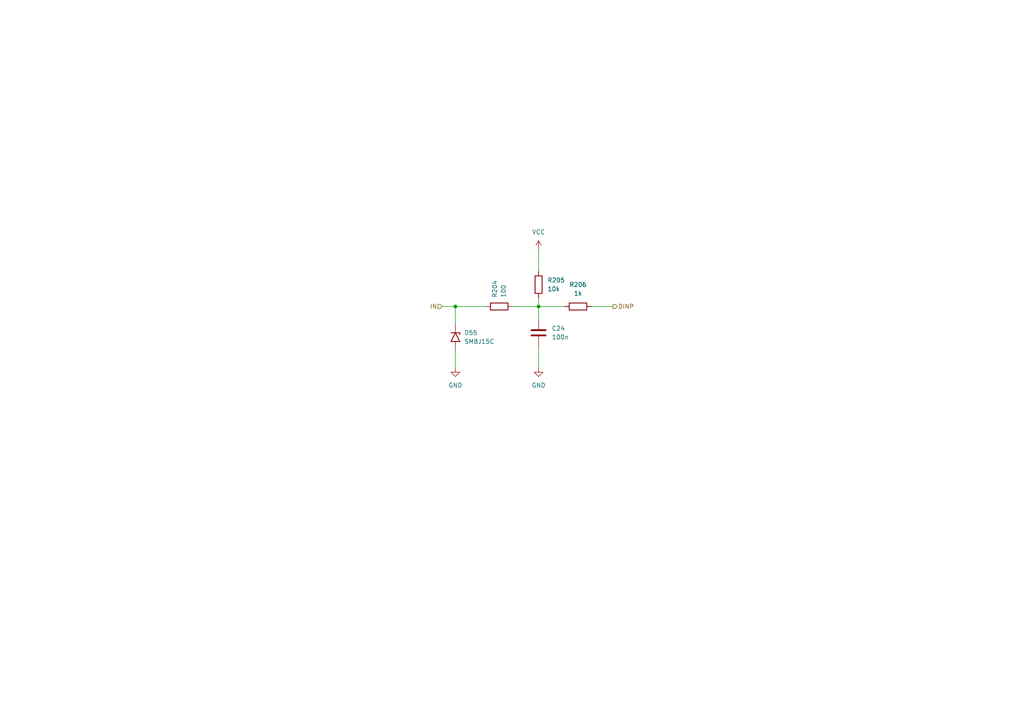
<source format=kicad_sch>
(kicad_sch (version 20211123) (generator eeschema)
  (paper "A4")
  (lib_symbols
    (symbol "Device:C" (pin_numbers hide) (pin_names (offset 0.254))
      (property "Reference" "C" (at 0.635 2.54 0))
      (property "Value" "C" (at 0.635 -2.54 0))
      (symbol "C_0_1"
        (polyline (pts (xy -2.032 -0.762) (xy 2.032 -0.762)) (stroke (width 0.508)))
        (polyline (pts (xy -2.032 0.762) (xy 2.032 0.762)) (stroke (width 0.508)))
      )
      (symbol "C_1_1"
        (pin passive line (at 0 3.81 270) (length 2.794) (name "~") (number "1"))
        (pin passive line (at 0 -3.81 90) (length 2.794) (name "~") (number "2"))
      )
    )
    (symbol "Device:R" (pin_numbers hide) (pin_names (offset 0))
      (property "Reference" "R" (at 2.032 0 90))
      (property "Value" "R" (at 0 0 90))
      (symbol "R_0_1"
        (rectangle (start -1.016 -2.54) (end 1.016 2.54) (stroke (width 0.254)))
      )
      (symbol "R_1_1"
        (pin passive line (at 0 3.81 270) (length 1.27) (name "~") (number "1"))
        (pin passive line (at 0 -3.81 90) (length 1.27) (name "~") (number "2"))
      )
    )
    (symbol "Diode:SM6T7V5A" (pin_numbers hide) (pin_names (offset 1.016) hide)
      (property "Reference" "D" (at 0 2.54 0))
      (property "Value" "SM6T7V5A" (at 0 -2.54 0))
      (symbol "SM6T7V5A_0_1"
        (polyline (pts (xy -0.762 1.27) (xy -1.27 1.27) (xy -1.27 -1.27)) (stroke (width 0.254)))
        (polyline (pts (xy 1.27 1.27) (xy 1.27 -1.27) (xy -1.27 0) (xy 1.27 1.27)) (stroke (width 0.254)))
      )
      (symbol "SM6T7V5A_1_1"
        (pin passive line (at -3.81 0 0) (length 2.54) (name "A1") (number "1"))
        (pin passive line (at 3.81 0 180) (length 2.54) (name "A2") (number "2"))
      )
    )
    (symbol "power:GND" (power) (pin_names (offset 0))
      (property "Value" "GND" (at 0 -3.81 0))
      (symbol "GND_0_1"
        (polyline (pts (xy 0 0) (xy 0 -1.27) (xy 1.27 -1.27) (xy 0 -2.54) (xy -1.27 -1.27) (xy 0 -1.27)))
      )
      (symbol "GND_1_1"
        (pin power_in line (at 0 0 270) (length 0) hide (name "GND") (number "1"))
      )
    )
    (symbol "power:VCC" (power) (pin_names (offset 0))
      (property "Value" "VCC" (at 0 3.81 0))
      (symbol "VCC_0_1"
        (polyline (pts (xy -0.762 1.27) (xy 0 2.54)))
        (polyline (pts (xy 0 0) (xy 0 2.54)))
        (polyline (pts (xy 0 2.54) (xy 0.762 1.27)))
      )
      (symbol "VCC_1_1"
        (pin power_in line (at 0 0 90) (length 0) hide (name "VCC") (number "1"))
      )
    )
  )
  (junction (at 132.08 88.9))
  (junction (at 156.21 88.9))
  (wire (pts (xy 156.21 72.39) (xy 156.21 78.74)))
  (wire (pts (xy 171.45 88.9) (xy 177.8 88.9)))
  (wire (pts (xy 128.27 88.9) (xy 132.08 88.9)))
  (wire (pts (xy 148.59 88.9) (xy 156.21 88.9)))
  (wire (pts (xy 156.21 88.9) (xy 163.83 88.9)))
  (wire (pts (xy 156.21 88.9) (xy 156.21 86.36)))
  (wire (pts (xy 132.08 88.9) (xy 132.08 93.98)))
  (wire (pts (xy 132.08 101.6) (xy 132.08 106.68)))
  (wire (pts (xy 132.08 88.9) (xy 140.97 88.9)))
  (wire (pts (xy 156.21 88.9) (xy 156.21 92.71)))
  (wire (pts (xy 156.21 100.33) (xy 156.21 106.68)))
  (hierarchical_label "DINP" (shape output) (at 177.8 88.9 0))
  (hierarchical_label "IN" (shape input) (at 128.27 88.9 180))
  (symbol (lib_id "Device:R") (at 156.21 82.55 0)
    (property "Reference" "R205" (at 158.75 81.2799 0) (effects (justify left)))
    (property "Value" "10k" (at 158.75 83.8199 0) (effects (justify left)))
    (property "Footprint" "Resistor_SMD:R_0805_2012Metric_Pad1.20x1.40mm_HandSolder" (effects hide))
  )
  (symbol (lib_id "Diode:SM6T7V5A") (at 132.08 97.79 270)
    (property "Reference" "D55" (at 134.62 96.5199 90) (effects (justify left)))
    (property "Value" "SMBJ15C" (at 134.62 99.0599 90) (effects (justify left)))
    (property "Footprint" "transils:D_SMBJ_SMA-SMB_Universal_Handsoldering" (effects hide))
    (property "Datasheet" "https://www.st.com/resource/en/datasheet/sm6t.pdf" (effects hide))
  )
  (symbol (lib_id "power:GND") (at 132.08 106.68 0)
    (property "Reference" "#PWR0318" (effects hide))
    (property "Value" "GND" (at 132.08 111.76 0))
  )
  (symbol (lib_id "Device:C") (at 156.21 96.52 0)
    (property "Reference" "C24" (at 160.02 95.2499 0) (effects (justify left)))
    (property "Value" "100n" (at 160.02 97.7899 0) (effects (justify left)))
    (property "Footprint" "Capacitor_SMD:C_0805_2012Metric_Pad1.18x1.45mm_HandSolder" (effects hide))
  )
  (symbol (lib_id "power:GND") (at 156.21 106.68 0)
    (property "Reference" "#PWR0317" (effects hide))
    (property "Value" "GND" (at 156.21 111.76 0))
  )
  (symbol (lib_id "Device:R") (at 144.78 88.9 90)
    (property "Reference" "R204" (at 143.5099 86.36 0) (effects (justify left)))
    (property "Value" "100" (at 146.0499 86.36 0) (effects (justify left)))
    (property "Footprint" "Resistor_SMD:R_0805_2012Metric_Pad1.20x1.40mm_HandSolder" (effects hide))
  )
  (symbol (lib_id "Device:R") (at 167.64 88.9 90)
    (property "Reference" "R206" (at 167.64 82.55 90))
    (property "Value" "1k" (at 167.64 85.09 90))
    (property "Footprint" "Resistor_SMD:R_0805_2012Metric_Pad1.20x1.40mm_HandSolder" (effects hide))
  )
  (symbol (lib_id "power:VCC") (at 156.21 72.39 0)
    (property "Reference" "#PWR0316" (effects hide))
    (property "Value" "VCC" (at 156.21 67.31 0))
  )
)
</source>
